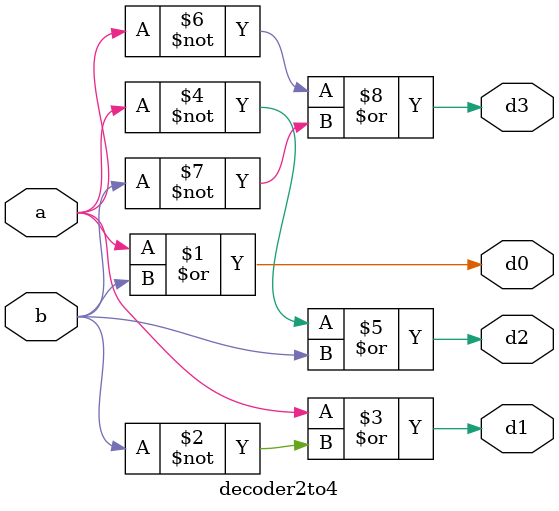
<source format=v>
module decoder2to4(
	input a,b,
	output d0, d1, d2, d3);

	assign d0 = a | b;
	assign d1 = a | (~b);
	assign d2 = ~a | b;
	assign d3 = ~a | ~b;

endmodule



</source>
